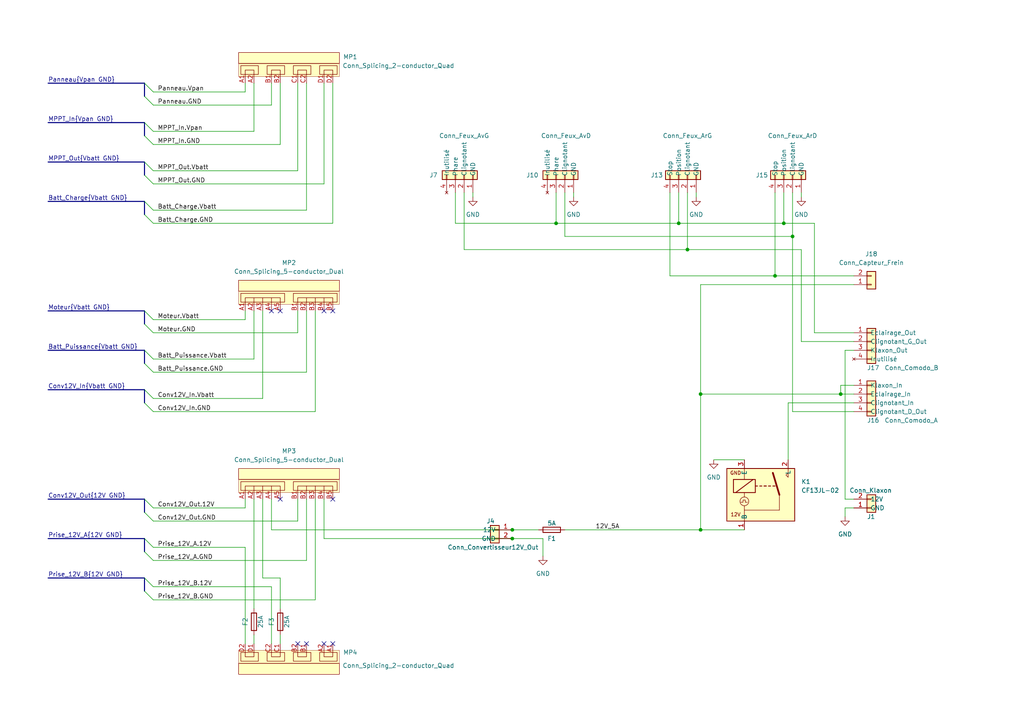
<source format=kicad_sch>
(kicad_sch (version 20211123) (generator eeschema)
  (paper "A4")
  (title_block (title "Boitier électrique vhéliotech") (date "2025-01-05") (company "Vélo solaire pour tous") (comment 1 "Licence CERN-OHL-S version 2"))
  (lib_symbols
    (symbol "Connector_Generic:Conn_01x02" (pin_names (offset 1.016) hide)
      (property "Reference" "J" (at 0 2.54 0))
      (property "Value" "Conn_01x02" (at 0 -5.08 0))
      (symbol "Conn_01x02_1_1"
        (rectangle (start -1.27 -2.413) (end 0 -2.667) (stroke (width 0.1524)))
        (rectangle (start -1.27 0.127) (end 0 -0.127) (stroke (width 0.1524)))
        (rectangle (start -1.27 1.27) (end 1.27 -3.81) (stroke (width 0.254)) (fill (type background)))
        (pin passive line (at -5.08 0 0) (length 3.81) (name "Pin_1") (number "1"))
        (pin passive line (at -5.08 -2.54 0) (length 3.81) (name "Pin_2") (number "2"))
      )
    )
    (symbol "circuit:CF13JL-02"
      (property "Reference" "K" (at 11.43 3.81 0))
      (property "Value" "CF13JL-02" (at 17.78 1.27 0))
      (symbol "CF13JL-02_0_1"
        (circle (center -5.08 -4.445) (radius 1.27))
        (polyline (pts (xy -5.08 -6.985) (xy -5.08 -5.715)))
        (polyline (pts (xy -6.096 -4.699) (xy -5.461 -4.699) (xy -5.461 -4.064) (xy -4.826 -4.064) (xy -4.826 -4.699) (xy -4.191 -4.699)))
      )
      (symbol "CF13JL-02_1_1"
        (rectangle (start -10.16 5.08) (end 9.525 -10.16) (stroke (width 0.254)) (fill (type background)))
        (rectangle (start -8.255 1.905) (end -1.905 -1.905) (stroke (width 0.254)))
        (polyline (pts (xy -7.62 -1.905) (xy -2.54 1.905)) (stroke (width 0.254)))
        (polyline (pts (xy -5.08 -10.16) (xy -5.08 -6.985)))
        (polyline (pts (xy -5.08 -3.175) (xy -5.08 -1.905)))
        (polyline (pts (xy -5.08 5.08) (xy -5.08 1.905)))
        (polyline (pts (xy -1.905 0) (xy -1.27 0)) (stroke (width 0.254)))
        (polyline (pts (xy -0.635 0) (xy 0 0)) (stroke (width 0.254)))
        (polyline (pts (xy 0.635 0) (xy 1.27 0)) (stroke (width 0.254)))
        (polyline (pts (xy 0.635 0) (xy 1.27 0)) (stroke (width 0.254)))
        (polyline (pts (xy 1.905 0) (xy 2.54 0)) (stroke (width 0.254)))
        (polyline (pts (xy 3.175 0) (xy 3.81 0)) (stroke (width 0.254)))
        (polyline (pts (xy 5.08 -6.985) (xy -5.08 -6.985)))
        (polyline (pts (xy 5.08 -2.54) (xy 3.175 3.81)) (stroke (width 0.508)))
        (polyline (pts (xy 5.08 -2.54) (xy 5.08 -6.985)))
        (polyline (pts (xy 7.62 3.81) (xy 7.62 5.08)))
        (polyline (pts (xy 7.62 3.81) (xy 7.62 2.54) (xy 6.985 3.175) (xy 7.62 3.81)))
        (text "12V" (at -7.62 -8.255 0) (effects (font (size 1.016 1.016))))
        (text "GND" (at -7.62 3.81 0) (effects (font (size 1.016 1.016))))
        (pin passive line (at -5.08 -12.7 90) (length 2.54) (name "B") (number "1"))
        (pin passive line (at 7.62 7.62 270) (length 2.54) (name "L") (number "2"))
        (pin passive line (at -5.08 7.62 270) (length 2.54) (name "E") (number "3"))
      )
    )
    (symbol "circuit:Conn_Comodo_A" (pin_names (offset 1.016))
      (property "Reference" "J" (at 0 5.08 0))
      (property "Value" "Conn_Comodo_A" (at 0 -7.62 0))
      (symbol "Conn_Comodo_A_1_1"
        (rectangle (start -1.27 -4.953) (end 0 -5.207) (stroke (width 0.1524)))
        (rectangle (start -1.27 -2.413) (end 0 -2.667) (stroke (width 0.1524)))
        (rectangle (start -1.27 0.127) (end 0 -0.127) (stroke (width 0.1524)))
        (rectangle (start -1.27 2.667) (end 0 2.413) (stroke (width 0.1524)))
        (rectangle (start -1.27 3.81) (end 1.27 -6.35) (stroke (width 0.254)) (fill (type background)))
        (pin passive line (at -5.08 2.54 0) (length 3.81) (name "Klaxon_In") (number "1"))
        (pin passive line (at -5.08 0 0) (length 3.81) (name "Eclairage_In") (number "2"))
        (pin passive line (at -5.08 -2.54 0) (length 3.81) (name "Clignotant_In") (number "3"))
        (pin passive line (at -5.08 -5.08 0) (length 3.81) (name "Clignotant_D_Out") (number "4"))
      )
    )
    (symbol "circuit:Conn_Comodo_B" (pin_names (offset 1.016))
      (property "Reference" "J" (at 0 5.08 0))
      (property "Value" "Conn_Comodo_B" (at 0 -7.62 0))
      (symbol "Conn_Comodo_B_1_1"
        (rectangle (start -1.27 -4.953) (end 0 -5.207) (stroke (width 0.1524)))
        (rectangle (start -1.27 -2.413) (end 0 -2.667) (stroke (width 0.1524)))
        (rectangle (start -1.27 0.127) (end 0 -0.127) (stroke (width 0.1524)))
        (rectangle (start -1.27 2.667) (end 0 2.413) (stroke (width 0.1524)))
        (rectangle (start -1.27 3.81) (end 1.27 -6.35) (stroke (width 0.254)) (fill (type background)))
        (pin passive line (at -5.08 2.54 0) (length 3.81) (name "Eclairage_Out") (number "1"))
        (pin passive line (at -5.08 0 0) (length 3.81) (name "Clignotant_G_Out") (number "2"))
        (pin passive line (at -5.08 -2.54 0) (length 3.81) (name "Klaxon_Out") (number "3"))
        (pin no_connect line (at -5.08 -5.08 0) (length 3.81) (name "Inutilisé") (number "4"))
      )
    )
    (symbol "circuit:Conn_Convertisseur12V_Out" (pin_names (offset 1.016))
      (property "Reference" "J" (at 0 2.54 0))
      (property "Value" "Conn_Convertisseur12V_Out" (at 0 -5.08 0))
      (symbol "Conn_Convertisseur12V_Out_1_1"
        (rectangle (start -1.27 -2.413) (end 0 -2.667) (stroke (width 0.1524)))
        (rectangle (start -1.27 0.127) (end 0 -0.127) (stroke (width 0.1524)))
        (rectangle (start -1.27 1.27) (end 1.27 -3.81) (stroke (width 0.254)) (fill (type background)))
        (pin power_out line (at -5.08 0 0) (length 3.81) (name "12V") (number "1"))
        (pin power_out line (at -5.08 -2.54 0) (length 3.81) (name "GND") (number "2"))
      )
    )
    (symbol "circuit:Conn_Feux_Arriere" (pin_names (offset 1.016))
      (property "Reference" "J" (at 0 5.08 0))
      (property "Value" "Conn_Feux_Arriere" (at 0 -7.62 0))
      (symbol "Conn_Feux_Arriere_1_1"
        (rectangle (start -1.27 -4.953) (end 0 -5.207) (stroke (width 0.1524)))
        (rectangle (start -1.27 -2.413) (end 0 -2.667) (stroke (width 0.1524)))
        (rectangle (start -1.27 0.127) (end 0 -0.127) (stroke (width 0.1524)))
        (rectangle (start -1.27 2.667) (end 0 2.413) (stroke (width 0.1524)))
        (rectangle (start -1.27 3.81) (end 1.27 -6.35) (stroke (width 0.254)) (fill (type background)))
        (pin power_in line (at -5.08 2.54 0) (length 3.81) (name "GND") (number "1"))
        (pin passive line (at -5.08 0 0) (length 3.81) (name "Clignotant") (number "2"))
        (pin passive line (at -5.08 -2.54 0) (length 3.81) (name "Position") (number "3"))
        (pin passive line (at -5.08 -5.08 0) (length 3.81) (name "Stop") (number "4"))
      )
    )
    (symbol "circuit:Conn_Feux_Avant" (pin_names (offset 1.016))
      (property "Reference" "J" (at 0 5.08 0))
      (property "Value" "Conn_Feux_Avant" (at 0 -7.62 0))
      (symbol "Conn_Feux_Avant_1_1"
        (rectangle (start -1.27 -4.953) (end 0 -5.207) (stroke (width 0.1524)))
        (rectangle (start -1.27 -2.413) (end 0 -2.667) (stroke (width 0.1524)))
        (rectangle (start -1.27 0.127) (end 0 -0.127) (stroke (width 0.1524)))
        (rectangle (start -1.27 2.667) (end 0 2.413) (stroke (width 0.1524)))
        (rectangle (start -1.27 3.81) (end 1.27 -6.35) (stroke (width 0.254)) (fill (type background)))
        (pin power_in line (at -5.08 2.54 0) (length 3.81) (name "GND") (number "1"))
        (pin passive line (at -5.08 0 0) (length 3.81) (name "Clignotant") (number "2"))
        (pin passive line (at -5.08 -2.54 0) (length 3.81) (name "Phare") (number "3"))
        (pin no_connect line (at -5.08 -5.08 0) (length 3.81) (name "Inutilisé") (number "4"))
      )
    )
    (symbol "circuit:Conn_Klaxon" (pin_names (offset 1.016))
      (property "Reference" "J" (at 0 2.54 0))
      (property "Value" "Conn_Klaxon" (at 0 -5.08 0))
      (symbol "Conn_Klaxon_1_1"
        (rectangle (start -1.27 -2.413) (end 0 -2.667) (stroke (width 0.1524)))
        (rectangle (start -1.27 0.127) (end 0 -0.127) (stroke (width 0.1524)))
        (rectangle (start -1.27 1.27) (end 1.27 -3.81) (stroke (width 0.254)) (fill (type background)))
        (pin power_in line (at -5.08 0 0) (length 3.81) (name "GND") (number "1"))
        (pin passive line (at -5.08 -2.54 0) (length 3.81) (name "12V") (number "2"))
      )
    )
    (symbol "circuit:Conn_Splicing_2-conductor_Quad"
      (property "Reference" "MP" (at 0.635 11.43 0))
      (property "Value" "Conn_Splicing_2-conductor_Quad" (at 1.27 -21.59 0))
      (symbol "Conn_Splicing_2-conductor_Quad_0_1"
        (rectangle (start -3.175 9.525) (end 0.635 -19.685) (stroke (width 0.01)) (fill (type background)))
        (rectangle (start -2.54 -13.97) (end 0 -19.05))
        (rectangle (start -2.54 -6.35) (end 0 -11.43))
        (rectangle (start -2.54 1.27) (end 0 -3.81))
        (rectangle (start -2.54 8.89) (end 0 3.81))
        (polyline (pts (xy -2.54 -15.24) (xy -1.27 -15.24) (xy -1.27 -17.78) (xy -2.54 -17.78)))
        (polyline (pts (xy -2.54 -7.62) (xy -1.27 -7.62) (xy -1.27 -10.16) (xy -2.54 -10.16)))
        (polyline (pts (xy -2.54 0) (xy -1.27 0) (xy -1.27 -2.54) (xy -2.54 -2.54)))
        (polyline (pts (xy -2.54 7.62) (xy -1.27 7.62) (xy -1.27 5.08) (xy -2.54 5.08)))
        (rectangle (start 0.635 9.525) (end 3.81 -19.685) (fill (type background)))
      )
      (symbol "Conn_Splicing_2-conductor_Quad_1_1"
        (pin passive line (at -5.08 7.62 0) (length 2.54) (name "") (number "A1"))
        (pin passive line (at -5.08 5.08 0) (length 2.54) (name "") (number "A2"))
        (pin passive line (at -5.08 0 0) (length 2.54) (name "") (number "B1"))
        (pin passive line (at -5.08 -2.54 0) (length 2.54) (name "") (number "B2"))
        (pin passive line (at -5.08 -7.62 0) (length 2.54) (name "") (number "C1"))
        (pin passive line (at -5.08 -10.16 0) (length 2.54) (name "") (number "C2"))
        (pin passive line (at -5.08 -15.24 0) (length 2.54) (name "") (number "D1"))
        (pin passive line (at -5.08 -17.78 0) (length 2.54) (name "") (number "D2"))
      )
    )
    (symbol "circuit:Conn_Splicing_5-conductor_Dual"
      (property "Reference" "MP" (at 0.635 11.43 0))
      (property "Value" "Conn_Splicing_5-conductor_Dual" (at 1.27 -21.59 0))
      (symbol "Conn_Splicing_5-conductor_Dual_0_1"
        (rectangle (start -3.175 9.525) (end 0.635 -19.685) (stroke (width 0.01)) (fill (type background)))
        (rectangle (start -2.54 -6.35) (end 0 -19.05))
        (rectangle (start -2.54 8.89) (end 0 -3.81))
        (polyline (pts (xy -1.27 -15.24) (xy -2.54 -15.24)))
        (polyline (pts (xy -1.27 -12.7) (xy -2.54 -12.7)))
        (polyline (pts (xy -1.27 -10.16) (xy -2.54 -10.16)))
        (polyline (pts (xy -1.27 0) (xy -2.54 0)))
        (polyline (pts (xy -1.27 2.54) (xy -2.54 2.54)))
        (polyline (pts (xy -1.27 5.08) (xy -2.54 5.08)))
        (polyline (pts (xy -2.54 -7.62) (xy -1.27 -7.62) (xy -1.27 -17.78) (xy -2.54 -17.78)))
        (polyline (pts (xy -2.54 7.62) (xy -1.27 7.62) (xy -1.27 -2.54) (xy -2.54 -2.54)))
        (rectangle (start 0.635 9.525) (end 3.81 -19.685) (fill (type background)))
      )
      (symbol "Conn_Splicing_5-conductor_Dual_1_1"
        (pin passive line (at -5.08 7.62 0) (length 2.54) (name "") (number "A1"))
        (pin passive line (at -5.08 5.08 0) (length 2.54) (name "") (number "A2"))
        (pin passive line (at -5.08 2.54 0) (length 2.54) (name "") (number "A3"))
        (pin passive line (at -5.08 0 0) (length 2.54) (name "") (number "A4"))
        (pin passive line (at -5.08 -2.54 0) (length 2.54) (name "") (number "A5"))
        (pin passive line (at -5.08 -7.62 0) (length 2.54) (name "") (number "B1"))
        (pin passive line (at -5.08 -10.16 0) (length 2.54) (name "") (number "B2"))
        (pin passive line (at -5.08 -12.7 0) (length 2.54) (name "") (number "B3"))
        (pin passive line (at -5.08 -15.24 0) (length 2.54) (name "") (number "B4"))
        (pin passive line (at -5.08 -17.78 0) (length 2.54) (name "") (number "B5"))
      )
    )
    (symbol "circuit:Fuse" (pin_numbers hide) (pin_names (offset 0))
      (property "Reference" "F" (at 2.032 0 90))
      (property "Value" "Fuse" (at -1.905 0 90))
      (symbol "Fuse_0_1"
        (rectangle (start -0.762 -2.54) (end 0.762 2.54) (stroke (width 0.254)))
        (polyline (pts (xy 0 2.54) (xy 0 -2.54)))
      )
      (symbol "Fuse_1_1"
        (pin passive line (at 0 3.81 270) (length 1.27) (name "~") (number "1"))
        (pin passive line (at 0 -3.81 90) (length 1.27) (name "~") (number "2"))
      )
    )
    (symbol "power:GND" (power) (pin_names (offset 0))
      (property "Value" "GND" (at 0 -3.81 0))
      (symbol "GND_0_1"
        (polyline (pts (xy 0 0) (xy 0 -1.27) (xy 1.27 -1.27) (xy 0 -2.54) (xy -1.27 -1.27) (xy 0 -1.27)))
      )
      (symbol "GND_1_1"
        (pin power_in line (at 0 0 270) (length 0) hide (name "GND") (number "1"))
      )
    )
  )
  (junction (at 148.59 156.21))
  (junction (at 199.39 72.39))
  (junction (at 161.29 64.77))
  (junction (at 196.85 64.77))
  (junction (at 224.79 80.01))
  (junction (at 203.2 153.67))
  (junction (at 203.2 114.3))
  (junction (at 227.33 64.77))
  (junction (at 229.87 68.58))
  (junction (at 243.84 114.3))
  (junction (at 148.59 153.67))
  (no_connect (at 96.52 186.69))
  (no_connect (at 93.98 90.17))
  (no_connect (at 96.52 144.78))
  (no_connect (at 96.52 90.17))
  (no_connect (at 78.74 90.17))
  (no_connect (at 88.9 186.69))
  (no_connect (at 93.98 186.69))
  (no_connect (at 86.36 186.69))
  (no_connect (at 81.28 144.78))
  (no_connect (at 81.28 90.17))
  (bus_entry (at 41.91 35.56) (size 2.54 2.54))
  (bus_entry (at 41.91 105.41) (size 2.54 2.54))
  (bus_entry (at 41.91 144.78) (size 2.54 2.54))
  (bus_entry (at 41.91 58.42) (size 2.54 2.54))
  (bus_entry (at 41.91 116.84) (size 2.54 2.54))
  (bus_entry (at 41.91 62.23) (size 2.54 2.54))
  (bus_entry (at 41.91 24.13) (size 2.54 2.54))
  (bus_entry (at 41.91 50.8) (size 2.54 2.54))
  (bus_entry (at 41.91 167.64) (size 2.54 2.54))
  (bus_entry (at 41.91 46.99) (size 2.54 2.54))
  (bus_entry (at 41.91 156.21) (size 2.54 2.54))
  (bus_entry (at 41.91 93.98) (size 2.54 2.54))
  (bus_entry (at 41.91 113.03) (size 2.54 2.54))
  (bus_entry (at 41.91 171.45) (size 2.54 2.54))
  (bus_entry (at 41.91 90.17) (size 2.54 2.54))
  (bus_entry (at 41.91 148.59) (size 2.54 2.54))
  (bus_entry (at 41.91 27.94) (size 2.54 2.54))
  (bus_entry (at 41.91 160.02) (size 2.54 2.54))
  (bus_entry (at 41.91 101.6) (size 2.54 2.54))
  (bus_entry (at 41.91 39.37) (size 2.54 2.54))
  (wire (pts (xy 71.12 147.32) (xy 71.12 144.78)))
  (wire (pts (xy 247.65 147.32) (xy 245.11 147.32)))
  (bus (pts (xy 41.91 35.56) (xy 41.91 39.37)))
  (wire (pts (xy 88.9 162.56) (xy 88.9 144.78)))
  (wire (pts (xy 161.29 64.77) (xy 132.08 64.77)))
  (bus (pts (xy 13.97 24.13) (xy 41.91 24.13)))
  (wire (pts (xy 44.45 162.56) (xy 88.9 162.56)))
  (wire (pts (xy 243.84 111.76) (xy 247.65 111.76)))
  (bus (pts (xy 41.91 144.78) (xy 41.91 148.59)))
  (wire (pts (xy 44.45 158.75) (xy 71.12 158.75)))
  (wire (pts (xy 227.33 55.88) (xy 227.33 64.77)))
  (wire (pts (xy 44.45 170.18) (xy 78.74 170.18)))
  (wire (pts (xy 199.39 55.88) (xy 199.39 72.39)))
  (wire (pts (xy 88.9 60.96) (xy 88.9 24.13)))
  (wire (pts (xy 228.6 116.84) (xy 247.65 116.84)))
  (wire (pts (xy 229.87 68.58) (xy 163.83 68.58)))
  (wire (pts (xy 44.45 147.32) (xy 71.12 147.32)))
  (wire (pts (xy 73.66 144.78) (xy 73.66 176.53)))
  (wire (pts (xy 81.28 167.64) (xy 81.28 176.53)))
  (wire (pts (xy 44.45 30.48) (xy 78.74 30.48)))
  (wire (pts (xy 137.16 55.88) (xy 137.16 57.15)))
  (wire (pts (xy 161.29 55.88) (xy 161.29 64.77)))
  (wire (pts (xy 243.84 114.3) (xy 203.2 114.3)))
  (wire (pts (xy 44.45 26.67) (xy 71.12 26.67)))
  (wire (pts (xy 232.41 99.06) (xy 247.65 99.06)))
  (wire (pts (xy 71.12 92.71) (xy 71.12 90.17)))
  (wire (pts (xy 245.11 144.78) (xy 247.65 144.78)))
  (wire (pts (xy 86.36 96.52) (xy 86.36 90.17)))
  (wire (pts (xy 91.44 173.99) (xy 91.44 144.78)))
  (bus (pts (xy 13.97 144.78) (xy 41.91 144.78)))
  (wire (pts (xy 78.74 186.69) (xy 78.74 170.18)))
  (bus (pts (xy 13.97 156.21) (xy 41.91 156.21)))
  (bus (pts (xy 13.97 58.42) (xy 41.91 58.42)))
  (bus (pts (xy 13.97 35.56) (xy 41.91 35.56)))
  (wire (pts (xy 73.66 184.15) (xy 73.66 186.69)))
  (wire (pts (xy 247.65 80.01) (xy 224.79 80.01)))
  (wire (pts (xy 203.2 114.3) (xy 203.2 153.67)))
  (wire (pts (xy 224.79 80.01) (xy 224.79 55.88)))
  (wire (pts (xy 148.59 156.21) (xy 157.48 156.21)))
  (wire (pts (xy 247.65 114.3) (xy 243.84 114.3)))
  (wire (pts (xy 201.93 55.88) (xy 201.93 57.15)))
  (wire (pts (xy 236.22 64.77) (xy 236.22 96.52)))
  (wire (pts (xy 81.28 184.15) (xy 81.28 186.69)))
  (wire (pts (xy 78.74 30.48) (xy 78.74 24.13)))
  (wire (pts (xy 228.6 133.35) (xy 228.6 116.84)))
  (wire (pts (xy 78.74 153.67) (xy 78.74 144.78)))
  (wire (pts (xy 207.01 133.35) (xy 215.9 133.35)))
  (wire (pts (xy 44.45 53.34) (xy 93.98 53.34)))
  (wire (pts (xy 194.31 80.01) (xy 194.31 55.88)))
  (wire (pts (xy 134.62 72.39) (xy 134.62 55.88)))
  (bus (pts (xy 13.97 113.03) (xy 41.91 113.03)))
  (bus (pts (xy 41.91 101.6) (xy 41.91 105.41)))
  (bus (pts (xy 41.91 46.99) (xy 41.91 50.8)))
  (wire (pts (xy 88.9 107.95) (xy 88.9 90.17)))
  (bus (pts (xy 41.91 24.13) (xy 41.91 27.94)))
  (wire (pts (xy 229.87 119.38) (xy 247.65 119.38)))
  (wire (pts (xy 86.36 151.13) (xy 86.36 144.78)))
  (wire (pts (xy 44.45 107.95) (xy 88.9 107.95)))
  (wire (pts (xy 76.2 144.78) (xy 76.2 167.64)))
  (wire (pts (xy 203.2 82.55) (xy 247.65 82.55)))
  (wire (pts (xy 86.36 49.53) (xy 86.36 24.13)))
  (wire (pts (xy 148.59 153.67) (xy 78.74 153.67)))
  (wire (pts (xy 44.45 41.91) (xy 81.28 41.91)))
  (wire (pts (xy 245.11 101.6) (xy 245.11 144.78)))
  (wire (pts (xy 76.2 115.57) (xy 76.2 90.17)))
  (wire (pts (xy 161.29 64.77) (xy 196.85 64.77)))
  (wire (pts (xy 196.85 55.88) (xy 196.85 64.77)))
  (wire (pts (xy 93.98 156.21) (xy 93.98 144.78)))
  (wire (pts (xy 81.28 41.91) (xy 81.28 24.13)))
  (wire (pts (xy 203.2 82.55) (xy 203.2 114.3)))
  (bus (pts (xy 41.91 167.64) (xy 41.91 171.45)))
  (wire (pts (xy 44.45 119.38) (xy 91.44 119.38)))
  (wire (pts (xy 73.66 104.14) (xy 73.66 90.17)))
  (wire (pts (xy 44.45 64.77) (xy 96.52 64.77)))
  (wire (pts (xy 44.45 151.13) (xy 86.36 151.13)))
  (wire (pts (xy 199.39 72.39) (xy 134.62 72.39)))
  (wire (pts (xy 44.45 49.53) (xy 86.36 49.53)))
  (wire (pts (xy 91.44 119.38) (xy 91.44 90.17)))
  (wire (pts (xy 44.45 115.57) (xy 76.2 115.57)))
  (wire (pts (xy 157.48 156.21) (xy 157.48 161.29)))
  (wire (pts (xy 232.41 72.39) (xy 232.41 99.06)))
  (wire (pts (xy 245.11 147.32) (xy 245.11 149.86)))
  (wire (pts (xy 215.9 153.67) (xy 203.2 153.67)))
  (wire (pts (xy 73.66 38.1) (xy 73.66 24.13)))
  (wire (pts (xy 243.84 114.3) (xy 243.84 111.76)))
  (wire (pts (xy 224.79 80.01) (xy 194.31 80.01)))
  (wire (pts (xy 203.2 153.67) (xy 163.83 153.67)))
  (wire (pts (xy 163.83 68.58) (xy 163.83 55.88)))
  (wire (pts (xy 44.45 92.71) (xy 71.12 92.71)))
  (wire (pts (xy 71.12 26.67) (xy 71.12 24.13)))
  (bus (pts (xy 13.97 167.64) (xy 41.91 167.64)))
  (wire (pts (xy 44.45 60.96) (xy 88.9 60.96)))
  (wire (pts (xy 44.45 96.52) (xy 86.36 96.52)))
  (bus (pts (xy 41.91 90.17) (xy 41.91 93.98)))
  (wire (pts (xy 229.87 68.58) (xy 229.87 119.38)))
  (wire (pts (xy 247.65 101.6) (xy 245.11 101.6)))
  (wire (pts (xy 44.45 173.99) (xy 91.44 173.99)))
  (wire (pts (xy 96.52 64.77) (xy 96.52 24.13)))
  (bus (pts (xy 13.97 46.99) (xy 41.91 46.99)))
  (bus (pts (xy 13.97 101.6) (xy 41.91 101.6)))
  (wire (pts (xy 199.39 72.39) (xy 232.41 72.39)))
  (bus (pts (xy 41.91 58.42) (xy 41.91 62.23)))
  (wire (pts (xy 229.87 55.88) (xy 229.87 68.58)))
  (wire (pts (xy 166.37 55.88) (xy 166.37 57.15)))
  (wire (pts (xy 236.22 96.52) (xy 247.65 96.52)))
  (wire (pts (xy 44.45 104.14) (xy 73.66 104.14)))
  (bus (pts (xy 41.91 156.21) (xy 41.91 160.02)))
  (bus (pts (xy 13.97 90.17) (xy 41.91 90.17)))
  (wire (pts (xy 232.41 55.88) (xy 232.41 57.15)))
  (wire (pts (xy 44.45 38.1) (xy 73.66 38.1)))
  (wire (pts (xy 196.85 64.77) (xy 227.33 64.77)))
  (wire (pts (xy 76.2 167.64) (xy 81.28 167.64)))
  (wire (pts (xy 148.59 156.21) (xy 93.98 156.21)))
  (wire (pts (xy 227.33 64.77) (xy 236.22 64.77)))
  (bus (pts (xy 41.91 113.03) (xy 41.91 116.84)))
  (wire (pts (xy 71.12 186.69) (xy 71.12 158.75)))
  (wire (pts (xy 148.59 153.67) (xy 156.21 153.67)))
  (wire (pts (xy 132.08 64.77) (xy 132.08 55.88)))
  (wire (pts (xy 93.98 53.34) (xy 93.98 24.13)))
  (label "Panneau.Vpan" (at 45.72 26.67 0))
  (label "Panneau.GND" (at 45.72 30.48 0))
  (label "Conv12V_In.Vbatt" (at 45.72 115.57 0))
  (label "Batt_Charge{Vbatt GND}" (at 13.97 58.42 0))
  (label "MPPT_Out{Vbatt GND}" (at 13.97 46.99 0))
  (label "Moteur.GND" (at 45.72 96.52 0))
  (label "Batt_Puissance.Vbatt" (at 45.72 104.14 0))
  (label "Panneau{Vpan GND}" (at 13.97 24.13 0))
  (label "Moteur.Vbatt" (at 45.72 92.71 0))
  (label "Conv12V_Out.GND" (at 45.72 151.13 0))
  (label "Batt_Charge.GND" (at 45.72 64.77 0))
  (label "Conv12V_Out{12V GND}" (at 13.97 144.78 0))
  (label "MPPT_In{Vpan GND}" (at 13.97 35.56 0))
  (label "Batt_Charge.Vbatt" (at 45.72 60.96 0))
  (label "Prise_12V_B{12V GND}" (at 13.97 167.64 0))
  (label "Conv12V_In{Vbatt GND}" (at 13.97 113.03 0))
  (label "Prise_12V_A.GND" (at 45.72 162.56 0))
  (label "MPPT_In.GND" (at 45.72 41.91 0))
  (label "12V_5A" (at 172.72 153.67 0))
  (label "Batt_Puissance.GND" (at 45.72 107.95 0))
  (label "Conv12V_In.GND" (at 45.72 119.38 0))
  (label "Batt_Puissance{Vbatt GND}" (at 13.97 101.6 0))
  (label "Prise_12V_A.12V" (at 45.72 158.75 0))
  (label "Moteur{Vbatt GND}" (at 13.97 90.17 0))
  (label "Prise_12V_A{12V GND}" (at 13.97 156.21 0))
  (label "Prise_12V_B.12V" (at 45.72 170.18 0))
  (label "MPPT_Out.GND" (at 45.72 53.34 0))
  (label "MPPT_Out.Vbatt" (at 45.72 49.53 0))
  (label "MPPT_In.Vpan" (at 45.72 38.1 0))
  (label "Conv12V_Out.12V" (at 45.72 147.32 0))
  (label "Prise_12V_B.GND" (at 45.72 173.99 0))
  (symbol (lib_id "power:GND") (at 245.11 149.86 0) (unit 1)
    (property "Reference" "#PWR0102" (effects hide))
    (property "Value" "GND" (at 245.11 154.94 0))
  )
  (symbol (lib_id "power:GND") (at 157.48 161.29 0) (unit 1)
    (property "Reference" "#PWR0107" (effects hide))
    (property "Value" "GND" (at 157.48 166.37 0))
  )
  (symbol (lib_id "circuit:Conn_Feux_Avant") (at 163.83 50.8 270) (mirror x) (unit 1)
    (property "Reference" "J10" (at 156.21 50.8 90) (effects (justify right)))
    (property "Value" "Conn_Feux_AvD" (at 171.45 39.37 90) (effects (justify right)))
    (property "Footprint" "circuit:Generic_HeaderSocket_1x04_P5.08mm_Vertical_Open" (effects hide))
  )
  (symbol (lib_id "circuit:CF13JL-02") (at 220.98 140.97 0) (unit 1)
    (property "Reference" "K1" (at 232.41 139.6999 0) (effects (justify left)))
    (property "Value" "CF13JL-02" (at 232.41 142.2399 0) (effects (justify left)))
    (property "Footprint" "circuit:CF13JL-02" (effects hide))
  )
  (symbol (lib_id "circuit:Fuse") (at 73.66 180.34 180) (unit 1) (on_board no)
    (property "Reference" "F2" (at 71.12 180.34 90))
    (property "Value" "25A" (at 75.565 180.34 90))
    (property "Footprint" "circuit:Littelfuse_FuseHolder_FL1_178.6764.0001" (effects hide))
  )
  (symbol (lib_id "circuit:Conn_Klaxon") (at 252.73 147.32 0) (mirror x) (unit 1)
    (property "Reference" "J1" (at 251.46 149.86 0) (effects (justify left)))
    (property "Value" "Conn_Klaxon" (at 246.38 142.24 0) (effects (justify left)))
    (property "Footprint" "circuit:Generic_HeaderSocket_1x02_P5.08mm_Vertical_Open" (effects hide))
  )
  (symbol (lib_id "power:GND") (at 207.01 133.35 0) (unit 1)
    (property "Reference" "#PWR0101" (effects hide))
    (property "Value" "GND" (at 207.01 138.43 0))
  )
  (symbol (lib_id "power:GND") (at 232.41 57.15 0) (unit 1)
    (property "Reference" "#PWR0103" (effects hide))
    (property "Value" "GND" (at 232.41 62.23 0))
  )
  (symbol (lib_id "circuit:Conn_Splicing_5-conductor_Dual") (at 78.74 85.09 90) (unit 1)
    (property "Reference" "MP2" (at 83.82 76.2 90))
    (property "Value" "Conn_Splicing_5-conductor_Dual" (at 83.82 78.74 90))
  )
  (symbol (lib_id "circuit:Conn_Feux_Arriere") (at 199.39 50.8 270) (mirror x) (unit 1)
    (property "Reference" "J13" (at 190.5 50.8 90))
    (property "Value" "Conn_Feux_ArG" (at 199.39 39.37 90))
    (property "Footprint" "circuit:Generic_HeaderSocket_1x04_P5.08mm_Vertical_Open" (effects hide))
  )
  (symbol (lib_id "circuit:Conn_Convertisseur12V_Out") (at 143.51 153.67 0) (mirror y) (unit 1)
    (property "Reference" "J4" (at 143.51 151.13 0) (effects (justify left)))
    (property "Value" "Conn_Convertisseur12V_Out" (at 156.21 158.75 0) (effects (justify left)))
    (property "Footprint" "circuit:Generic_HeaderSocket_1x02_P5.08mm_Vertical_Open" (effects hide))
  )
  (symbol (lib_id "circuit:Conn_Splicing_2-conductor_Quad") (at 78.74 19.05 90) (unit 1)
    (property "Reference" "MP1" (at 101.6 16.51 90))
    (property "Value" "Conn_Splicing_2-conductor_Quad" (at 115.57 19.05 90))
  )
  (symbol (lib_id "circuit:Conn_Comodo_A") (at 252.73 114.3 0) (unit 1)
    (property "Reference" "J16" (at 251.46 121.92 0) (effects (justify left)))
    (property "Value" "Conn_Comodo_A" (at 256.54 121.92 0) (effects (justify left)))
    (property "Footprint" "circuit:Generic_HeaderSocket_1x04_P5.08mm_Vertical_Open" (effects hide))
  )
  (symbol (lib_id "circuit:Conn_Splicing_5-conductor_Dual") (at 78.74 139.7 90) (unit 1)
    (property "Reference" "MP3" (at 83.82 130.81 90))
    (property "Value" "Conn_Splicing_5-conductor_Dual" (at 83.82 133.35 90))
  )
  (symbol (lib_id "circuit:Conn_Comodo_B") (at 252.73 99.06 0) (unit 1)
    (property "Reference" "J17" (at 251.46 106.68 0) (effects (justify left)))
    (property "Value" "Conn_Comodo_B" (at 256.54 106.68 0) (effects (justify left)))
    (property "Footprint" "circuit:Generic_HeaderSocket_1x04_P5.08mm_Vertical_Open" (effects hide))
  )
  (symbol (lib_id "circuit:Fuse") (at 160.02 153.67 270) (unit 1)
    (property "Reference" "F1" (at 160.02 156.21 90))
    (property "Value" "5A" (at 160.02 151.765 90))
    (property "Footprint" "circuit:Littelfuse_FuseHolder_FL1_178.6764.0001" (effects hide))
  )
  (symbol (lib_id "circuit:Fuse") (at 81.28 180.34 180) (unit 1) (on_board no)
    (property "Reference" "F3" (at 78.74 180.34 90))
    (property "Value" "25A" (at 83.185 180.34 90))
    (property "Footprint" "circuit:Littelfuse_FuseHolder_FL1_178.6764.0001" (effects hide))
  )
  (symbol (lib_id "power:GND") (at 201.93 57.15 0) (unit 1)
    (property "Reference" "#PWR0104" (effects hide))
    (property "Value" "GND" (at 201.93 62.23 0))
  )
  (symbol (lib_id "circuit:Conn_Feux_Arriere") (at 229.87 50.8 270) (mirror x) (unit 1)
    (property "Reference" "J15" (at 220.98 50.8 90))
    (property "Value" "Conn_Feux_ArD" (at 229.87 39.37 90))
    (property "Footprint" "circuit:Generic_HeaderSocket_1x04_P5.08mm_Vertical_Open" (effects hide))
  )
  (symbol (lib_id "circuit:Conn_Feux_Avant") (at 134.62 50.8 270) (mirror x) (unit 1)
    (property "Reference" "J7" (at 125.73 50.8 90))
    (property "Value" "Conn_Feux_AvG" (at 134.62 39.37 90))
    (property "Footprint" "circuit:Generic_HeaderSocket_1x04_P5.08mm_Vertical_Open" (effects hide))
  )
  (symbol (lib_id "power:GND") (at 166.37 57.15 0) (unit 1)
    (property "Reference" "#PWR0105" (effects hide))
    (property "Value" "GND" (at 166.37 62.23 0))
  )
  (symbol (lib_id "Connector_Generic:Conn_01x02") (at 252.73 82.55 0) (mirror x) (unit 1)
    (property "Reference" "J18" (at 252.73 73.66 0))
    (property "Value" "Conn_Capteur_Frein" (at 252.73 76.2 0))
    (property "Footprint" "circuit:Generic_HeaderSocket_1x02_P5.08mm_Vertical_Open" (effects hide))
  )
  (symbol (lib_id "power:GND") (at 137.16 57.15 0) (unit 1)
    (property "Reference" "#PWR0106" (effects hide))
    (property "Value" "GND" (at 137.16 62.23 0))
  )
  (symbol (lib_id "circuit:Conn_Splicing_2-conductor_Quad") (at 88.9 191.77 270) (unit 1)
    (property "Reference" "MP4" (at 101.6 189.23 90))
    (property "Value" "Conn_Splicing_2-conductor_Quad" (at 115.57 193.04 90))
  )
)
</source>
